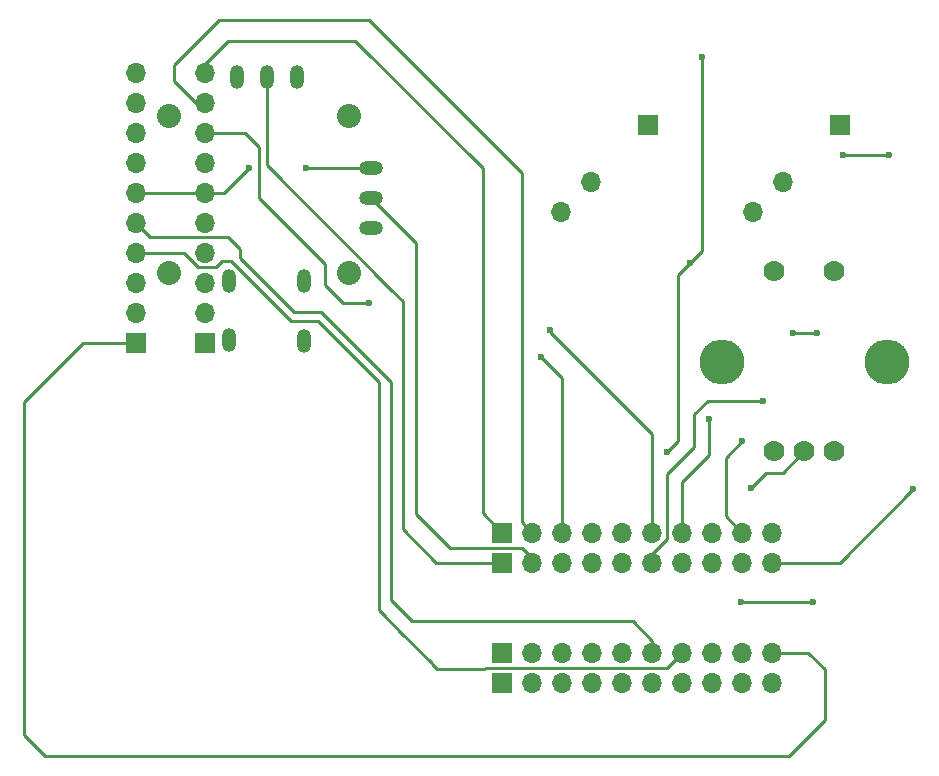
<source format=gbr>
G04 #@! TF.FileFunction,Copper,L1,Top,Signal*
%FSLAX46Y46*%
G04 Gerber Fmt 4.6, Leading zero omitted, Abs format (unit mm)*
G04 Created by KiCad (PCBNEW 4.0.7) date 05/31/18 22:49:15*
%MOMM*%
%LPD*%
G01*
G04 APERTURE LIST*
%ADD10C,0.100000*%
%ADD11R,1.700000X1.700000*%
%ADD12O,1.700000X1.700000*%
%ADD13C,2.032000*%
%ADD14O,1.200000X2.000000*%
%ADD15O,2.000000X1.200000*%
%ADD16O,3.810000X3.810000*%
%ADD17C,1.778000*%
%ADD18C,0.600000*%
%ADD19C,0.250000*%
G04 APERTURE END LIST*
D10*
D11*
X149479000Y-128143000D03*
D12*
X152019000Y-128143000D03*
X154559000Y-128143000D03*
X157099000Y-128143000D03*
X159639000Y-128143000D03*
X162179000Y-128143000D03*
X164719000Y-128143000D03*
X167259000Y-128143000D03*
X169799000Y-128143000D03*
X172339000Y-128143000D03*
D11*
X118440200Y-101930200D03*
D12*
X118440200Y-99390200D03*
X118440200Y-96850200D03*
X118440200Y-94310200D03*
X118440200Y-91770200D03*
X118440200Y-89230200D03*
X118440200Y-86690200D03*
X118440200Y-84150200D03*
X118440200Y-81610200D03*
X118440200Y-79070200D03*
D11*
X124282200Y-101930200D03*
D12*
X124282200Y-99390200D03*
X124282200Y-96850200D03*
X124282200Y-94310200D03*
X124282200Y-91770200D03*
X124282200Y-89230200D03*
X124282200Y-86690200D03*
X124282200Y-84150200D03*
X124282200Y-81610200D03*
X124282200Y-79070200D03*
D13*
X121285000Y-96012000D03*
D14*
X127000000Y-79452000D03*
D13*
X136525000Y-96012000D03*
D14*
X129540000Y-79452000D03*
D13*
X136525000Y-82677000D03*
D14*
X132080000Y-79452000D03*
D13*
X121285000Y-82727000D03*
D15*
X138380000Y-92202000D03*
D14*
X132715000Y-96697000D03*
D15*
X138380000Y-89662000D03*
D14*
X132715000Y-101777000D03*
D15*
X138380000Y-87122000D03*
D14*
X126365000Y-96697000D03*
X126365000Y-101677000D03*
D11*
X149479000Y-130683000D03*
D12*
X152019000Y-130683000D03*
X154559000Y-130683000D03*
X157099000Y-130683000D03*
X159639000Y-130683000D03*
X162179000Y-130683000D03*
X164719000Y-130683000D03*
X167259000Y-130683000D03*
X169799000Y-130683000D03*
X172339000Y-130683000D03*
D11*
X149479000Y-120523000D03*
D12*
X152019000Y-120523000D03*
X154559000Y-120523000D03*
X157099000Y-120523000D03*
X159639000Y-120523000D03*
X162179000Y-120523000D03*
X164719000Y-120523000D03*
X167259000Y-120523000D03*
X169799000Y-120523000D03*
X172339000Y-120523000D03*
D11*
X149479000Y-117983000D03*
D12*
X152019000Y-117983000D03*
X154559000Y-117983000D03*
X157099000Y-117983000D03*
X159639000Y-117983000D03*
X162179000Y-117983000D03*
X164719000Y-117983000D03*
X167259000Y-117983000D03*
X169799000Y-117983000D03*
X172339000Y-117983000D03*
D11*
X161798000Y-83439000D03*
D12*
X156972000Y-88265000D03*
X154432000Y-90805000D03*
D11*
X178054000Y-83439000D03*
D12*
X173228000Y-88265000D03*
X170688000Y-90805000D03*
D16*
X182041800Y-103505000D03*
X168071800Y-103505000D03*
D17*
X172491400Y-95859600D03*
X177571400Y-95859600D03*
X177571400Y-111099600D03*
X175031400Y-111074200D03*
X172491400Y-111099600D03*
D18*
X169799000Y-110236000D03*
X170561000Y-114173000D03*
X132842000Y-87122000D03*
X128016000Y-87122000D03*
X165341300Y-95135700D03*
X174117000Y-101092000D03*
X176149000Y-101092000D03*
X166370000Y-77724000D03*
X163449000Y-111125000D03*
X152781000Y-103124000D03*
X138176000Y-98552000D03*
X153543000Y-100838000D03*
X167005000Y-108331000D03*
X184277000Y-114300000D03*
X182245000Y-85979000D03*
X178308000Y-85979000D03*
X171577000Y-106807000D03*
X169672000Y-123825000D03*
X175768000Y-123825000D03*
D19*
X169799000Y-117983000D02*
X168402000Y-116586000D01*
X168402000Y-111633000D02*
X168402000Y-116586000D01*
X168402000Y-111633000D02*
X169799000Y-110236000D01*
X173202600Y-112903000D02*
X175031400Y-111074200D01*
X171831000Y-112903000D02*
X173202600Y-112903000D01*
X170561000Y-114173000D02*
X171831000Y-112903000D01*
X124282200Y-89230200D02*
X125907800Y-89230200D01*
X132842000Y-87122000D02*
X138380000Y-87122000D01*
X125907800Y-89230200D02*
X128016000Y-87122000D01*
X118440200Y-89230200D02*
X124282200Y-89230200D01*
X176149000Y-101092000D02*
X174117000Y-101092000D01*
X164338000Y-105029000D02*
X164338000Y-96139000D01*
X164338000Y-96139000D02*
X165341300Y-95135700D01*
X166370000Y-94107000D02*
X166370000Y-77724000D01*
X165354000Y-95123000D02*
X166370000Y-94107000D01*
X164338000Y-110236000D02*
X164338000Y-105029000D01*
X163449000Y-111125000D02*
X164338000Y-110236000D01*
X152019000Y-128143000D02*
X152019000Y-127635000D01*
X140030200Y-105283000D02*
X140030200Y-105232200D01*
X140030200Y-105232200D02*
X138938000Y-104140000D01*
X140030200Y-123698000D02*
X141808200Y-125476000D01*
X140030200Y-105283000D02*
X140030200Y-123698000D01*
X162179000Y-128143000D02*
X162179000Y-127127000D01*
X160528000Y-125476000D02*
X141808200Y-125476000D01*
X162179000Y-127127000D02*
X160528000Y-125476000D01*
X119634000Y-92964000D02*
X118440200Y-91770200D01*
X126238000Y-92964000D02*
X119634000Y-92964000D01*
X127254000Y-93980000D02*
X126238000Y-92964000D01*
X127254000Y-94742000D02*
X127254000Y-93980000D01*
X131826000Y-99314000D02*
X127254000Y-94742000D01*
X134112000Y-99314000D02*
X131826000Y-99314000D01*
X138938000Y-104140000D02*
X134112000Y-99314000D01*
X138150600Y-104368600D02*
X138684000Y-104902000D01*
X139014200Y-124536200D02*
X139369800Y-124891800D01*
X139014200Y-105232200D02*
X139014200Y-124536200D01*
X138684000Y-104902000D02*
X139014200Y-105232200D01*
X143484600Y-129032000D02*
X143484600Y-129082800D01*
X143484600Y-129082800D02*
X143941800Y-129540000D01*
X143941800Y-129540000D02*
X143484600Y-129082800D01*
X140931900Y-126453900D02*
X140931900Y-126479300D01*
X143484600Y-129082800D02*
X143941800Y-129540000D01*
X143484600Y-129032000D02*
X143484600Y-129082800D01*
X140931900Y-126479300D02*
X143484600Y-129032000D01*
X146304000Y-129540000D02*
X147955000Y-129540000D01*
X122504200Y-94310200D02*
X123698000Y-95504000D01*
X123698000Y-95504000D02*
X125222000Y-95504000D01*
X125222000Y-95504000D02*
X125730000Y-94996000D01*
X125730000Y-94996000D02*
X126492000Y-94996000D01*
X126492000Y-94996000D02*
X131572000Y-100076000D01*
X131572000Y-100076000D02*
X133858000Y-100076000D01*
X133858000Y-100076000D02*
X138150600Y-104368600D01*
X139369800Y-124891800D02*
X140931900Y-126453900D01*
X143941800Y-129540000D02*
X146304000Y-129540000D01*
X118440200Y-94310200D02*
X122504200Y-94310200D01*
X163449000Y-129413000D02*
X164719000Y-128143000D01*
X148082000Y-129413000D02*
X163449000Y-129413000D01*
X147955000Y-129540000D02*
X148082000Y-129413000D01*
X124282200Y-79070200D02*
X124282200Y-78282800D01*
X124282200Y-78282800D02*
X126238000Y-76327000D01*
X126238000Y-76327000D02*
X137033000Y-76327000D01*
X137033000Y-76327000D02*
X147828000Y-87122000D01*
X147828000Y-87122000D02*
X147828000Y-116332000D01*
X147828000Y-116332000D02*
X149479000Y-117983000D01*
X124282200Y-81610200D02*
X123520200Y-81610200D01*
X123520200Y-81610200D02*
X121666000Y-79756000D01*
X121666000Y-79756000D02*
X121666000Y-78359000D01*
X121666000Y-78359000D02*
X125476000Y-74549000D01*
X125476000Y-74549000D02*
X138176000Y-74549000D01*
X138176000Y-74549000D02*
X151130000Y-87503000D01*
X151130000Y-87503000D02*
X151130000Y-117094000D01*
X151130000Y-117094000D02*
X152019000Y-117983000D01*
X124282200Y-84150200D02*
X127711200Y-84150200D01*
X154559000Y-104902000D02*
X154559000Y-117983000D01*
X152781000Y-103124000D02*
X154559000Y-104902000D01*
X136017000Y-98552000D02*
X138176000Y-98552000D01*
X134493000Y-97028000D02*
X136017000Y-98552000D01*
X134493000Y-95250000D02*
X134493000Y-97028000D01*
X128905000Y-89662000D02*
X134493000Y-95250000D01*
X128905000Y-85344000D02*
X128905000Y-89662000D01*
X127711200Y-84150200D02*
X128905000Y-85344000D01*
X162179000Y-117983000D02*
X162179000Y-109601000D01*
X153543000Y-100965000D02*
X153543000Y-100838000D01*
X162179000Y-109601000D02*
X153543000Y-100965000D01*
X166941500Y-111442500D02*
X166941500Y-108394500D01*
X166941500Y-108394500D02*
X167005000Y-108331000D01*
X164719000Y-113665000D02*
X164719000Y-117983000D01*
X166941500Y-111442500D02*
X164719000Y-113665000D01*
X178054000Y-120523000D02*
X172339000Y-120523000D01*
X184277000Y-114300000D02*
X178054000Y-120523000D01*
X178308000Y-85979000D02*
X182245000Y-85979000D01*
X118440200Y-101930200D02*
X113969800Y-101930200D01*
X175387000Y-128143000D02*
X172339000Y-128143000D01*
X176784000Y-129540000D02*
X175387000Y-128143000D01*
X176784000Y-133858000D02*
X176784000Y-129540000D01*
X173736000Y-136906000D02*
X176784000Y-133858000D01*
X110744000Y-136906000D02*
X173736000Y-136906000D01*
X108966000Y-135128000D02*
X110744000Y-136906000D01*
X108966000Y-106934000D02*
X108966000Y-135128000D01*
X113969800Y-101930200D02*
X108966000Y-106934000D01*
X141033500Y-117665500D02*
X141033500Y-98361500D01*
X141033500Y-98361500D02*
X140081000Y-97409000D01*
X149479000Y-120523000D02*
X143891000Y-120523000D01*
X129540000Y-86868000D02*
X129540000Y-79452000D01*
X140081000Y-97409000D02*
X129540000Y-86868000D01*
X143891000Y-120523000D02*
X141033500Y-117665500D01*
X142189200Y-116408200D02*
X142189200Y-93471200D01*
X142189200Y-93471200D02*
X141478000Y-92760000D01*
X152019000Y-120523000D02*
X152019000Y-120142000D01*
X152019000Y-120142000D02*
X151130000Y-119253000D01*
X151130000Y-119253000D02*
X145034000Y-119253000D01*
X145034000Y-119253000D02*
X142189200Y-116408200D01*
X141478000Y-92760000D02*
X138380000Y-89662000D01*
X162179000Y-120523000D02*
X162179000Y-119761000D01*
X162179000Y-119761000D02*
X163449000Y-118491000D01*
X163449000Y-118491000D02*
X163449000Y-113030000D01*
X163449000Y-113030000D02*
X165735000Y-110744000D01*
X165735000Y-110744000D02*
X165735000Y-107950000D01*
X165735000Y-107950000D02*
X166878000Y-106807000D01*
X166878000Y-106807000D02*
X171577000Y-106807000D01*
X162179000Y-120523000D02*
X162179000Y-120015000D01*
X169672000Y-123825000D02*
X175768000Y-123825000D01*
X118440200Y-84150200D02*
X118186200Y-84150200D01*
X118440200Y-84150200D02*
X117678200Y-84150200D01*
X118440200Y-79070200D02*
X118440200Y-78917800D01*
M02*

</source>
